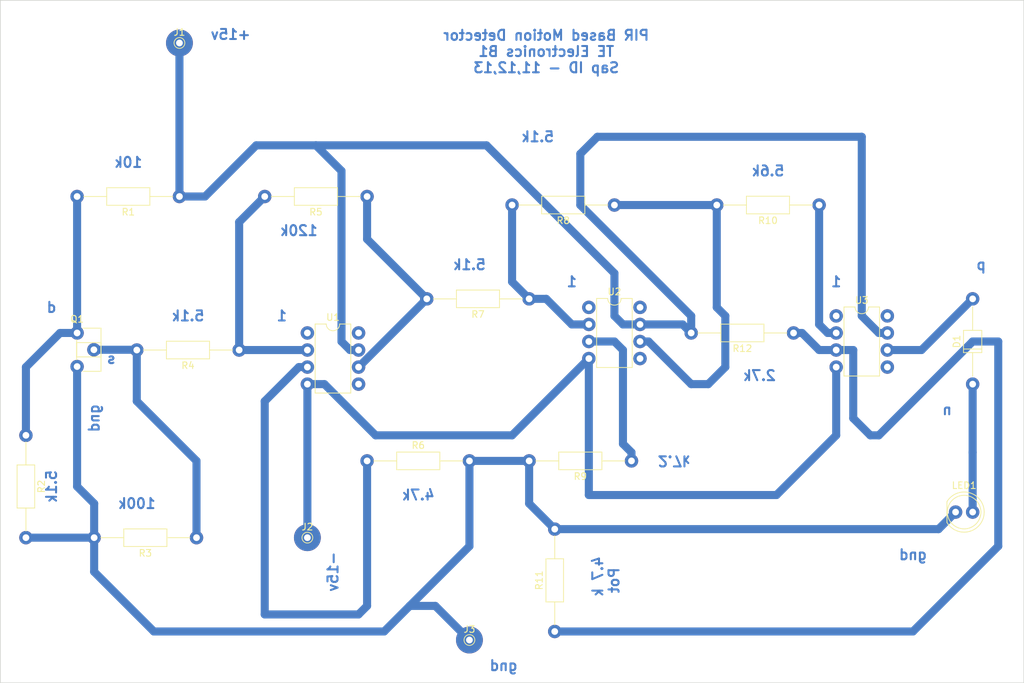
<source format=kicad_pcb>
(kicad_pcb (version 4) (host pcbnew 4.0.7)

  (general
    (links 34)
    (no_connects 0)
    (area 88.849999 41.859999 241.350001 143.560001)
    (thickness 1.6)
    (drawings 29)
    (tracks 107)
    (zones 0)
    (modules 21)
    (nets 25)
  )

  (page A4)
  (layers
    (0 F.Cu signal)
    (31 B.Cu signal)
    (32 B.Adhes user)
    (33 F.Adhes user)
    (34 B.Paste user)
    (35 F.Paste user)
    (36 B.SilkS user)
    (37 F.SilkS user)
    (38 B.Mask user)
    (39 F.Mask user)
    (40 Dwgs.User user)
    (41 Cmts.User user)
    (42 Eco1.User user)
    (43 Eco2.User user)
    (44 Edge.Cuts user)
    (45 Margin user)
    (46 B.CrtYd user)
    (47 F.CrtYd user)
    (48 B.Fab user)
    (49 F.Fab user)
  )

  (setup
    (last_trace_width 1.2)
    (trace_clearance 0.3)
    (zone_clearance 0.508)
    (zone_45_only no)
    (trace_min 0.2)
    (segment_width 0.2)
    (edge_width 0.1)
    (via_size 0.6)
    (via_drill 0.4)
    (via_min_size 0.4)
    (via_min_drill 0.3)
    (uvia_size 0.3)
    (uvia_drill 0.1)
    (uvias_allowed no)
    (uvia_min_size 0.2)
    (uvia_min_drill 0.1)
    (pcb_text_width 0.3)
    (pcb_text_size 1.5 1.5)
    (mod_edge_width 0.15)
    (mod_text_size 1 1)
    (mod_text_width 0.15)
    (pad_size 4 4)
    (pad_drill 1)
    (pad_to_mask_clearance 0)
    (aux_axis_origin 0 0)
    (visible_elements FFFFFF7F)
    (pcbplotparams
      (layerselection 0x00030_80000001)
      (usegerberextensions false)
      (excludeedgelayer true)
      (linewidth 0.100000)
      (plotframeref false)
      (viasonmask false)
      (mode 1)
      (useauxorigin false)
      (hpglpennumber 1)
      (hpglpenspeed 20)
      (hpglpendiameter 15)
      (hpglpenoverlay 2)
      (psnegative false)
      (psa4output false)
      (plotreference true)
      (plotvalue true)
      (plotinvisibletext false)
      (padsonsilk false)
      (subtractmaskfromsilk false)
      (outputformat 1)
      (mirror false)
      (drillshape 1)
      (scaleselection 1)
      (outputdirectory ""))
  )

  (net 0 "")
  (net 1 "Net-(D1-Pad1)")
  (net 2 "Net-(D1-Pad2)")
  (net 3 /Vc)
  (net 4 /Ve)
  (net 5 GND)
  (net 6 "Net-(Q1-Pad2)")
  (net 7 "Net-(Q1-Pad1)")
  (net 8 "Net-(R4-Pad1)")
  (net 9 "Net-(R5-Pad1)")
  (net 10 "Net-(R6-Pad1)")
  (net 11 "Net-(R7-Pad1)")
  (net 12 "Net-(R10-Pad2)")
  (net 13 "Net-(R9-Pad1)")
  (net 14 "Net-(R10-Pad1)")
  (net 15 "Net-(R11-Pad1)")
  (net 16 "Net-(U1-Pad1)")
  (net 17 "Net-(U1-Pad5)")
  (net 18 "Net-(U1-Pad8)")
  (net 19 "Net-(U2-Pad1)")
  (net 20 "Net-(U2-Pad5)")
  (net 21 "Net-(U2-Pad8)")
  (net 22 "Net-(U3-Pad1)")
  (net 23 "Net-(U3-Pad5)")
  (net 24 "Net-(U3-Pad8)")

  (net_class Default "This is the default net class."
    (clearance 0.3)
    (trace_width 1.2)
    (via_dia 0.6)
    (via_drill 0.4)
    (uvia_dia 0.3)
    (uvia_drill 0.1)
    (add_net /Vc)
    (add_net /Ve)
    (add_net GND)
    (add_net "Net-(D1-Pad1)")
    (add_net "Net-(D1-Pad2)")
    (add_net "Net-(Q1-Pad1)")
    (add_net "Net-(Q1-Pad2)")
    (add_net "Net-(R10-Pad1)")
    (add_net "Net-(R10-Pad2)")
    (add_net "Net-(R11-Pad1)")
    (add_net "Net-(R4-Pad1)")
    (add_net "Net-(R5-Pad1)")
    (add_net "Net-(R6-Pad1)")
    (add_net "Net-(R7-Pad1)")
    (add_net "Net-(R9-Pad1)")
    (add_net "Net-(U1-Pad1)")
    (add_net "Net-(U1-Pad5)")
    (add_net "Net-(U1-Pad8)")
    (add_net "Net-(U2-Pad1)")
    (add_net "Net-(U2-Pad5)")
    (add_net "Net-(U2-Pad8)")
    (add_net "Net-(U3-Pad1)")
    (add_net "Net-(U3-Pad5)")
    (add_net "Net-(U3-Pad8)")
  )

  (module Diodes_THT:D_T-1_P12.70mm_Horizontal (layer F.Cu) (tedit 59F2F87A) (tstamp 59F2E82C)
    (at 233.68 99.06 90)
    (descr "D, T-1 series, Axial, Horizontal, pin pitch=12.7mm, , length*diameter=3.2*2.6mm^2, , http://www.diodes.com/_files/packages/T-1.pdf")
    (tags "D T-1 series Axial Horizontal pin pitch 12.7mm  length 3.2mm diameter 2.6mm")
    (path /59F241F0)
    (fp_text reference D1 (at 6.35 -2.36 90) (layer F.SilkS)
      (effects (font (size 1 1) (thickness 0.15)))
    )
    (fp_text value D (at 6.35 2.36 90) (layer F.Fab)
      (effects (font (size 1 1) (thickness 0.15)))
    )
    (fp_text user %R (at 6.604 0 90) (layer F.Fab)
      (effects (font (size 0.75 0.75) (thickness 0.15)))
    )
    (fp_line (start 4.75 -1.3) (end 4.75 1.3) (layer F.Fab) (width 0.1))
    (fp_line (start 4.75 1.3) (end 7.95 1.3) (layer F.Fab) (width 0.1))
    (fp_line (start 7.95 1.3) (end 7.95 -1.3) (layer F.Fab) (width 0.1))
    (fp_line (start 7.95 -1.3) (end 4.75 -1.3) (layer F.Fab) (width 0.1))
    (fp_line (start 0 0) (end 4.75 0) (layer F.Fab) (width 0.1))
    (fp_line (start 12.7 0) (end 7.95 0) (layer F.Fab) (width 0.1))
    (fp_line (start 5.23 -1.3) (end 5.23 1.3) (layer F.Fab) (width 0.1))
    (fp_line (start 4.69 -1.36) (end 4.69 1.36) (layer F.SilkS) (width 0.12))
    (fp_line (start 4.69 1.36) (end 8.01 1.36) (layer F.SilkS) (width 0.12))
    (fp_line (start 8.01 1.36) (end 8.01 -1.36) (layer F.SilkS) (width 0.12))
    (fp_line (start 8.01 -1.36) (end 4.69 -1.36) (layer F.SilkS) (width 0.12))
    (fp_line (start 1.18 0) (end 4.69 0) (layer F.SilkS) (width 0.12))
    (fp_line (start 11.52 0) (end 8.01 0) (layer F.SilkS) (width 0.12))
    (fp_line (start 5.23 -1.36) (end 5.23 1.36) (layer F.SilkS) (width 0.12))
    (fp_line (start -1.25 -1.65) (end -1.25 1.65) (layer F.CrtYd) (width 0.05))
    (fp_line (start -1.25 1.65) (end 13.95 1.65) (layer F.CrtYd) (width 0.05))
    (fp_line (start 13.95 1.65) (end 13.95 -1.65) (layer F.CrtYd) (width 0.05))
    (fp_line (start 13.95 -1.65) (end -1.25 -1.65) (layer F.CrtYd) (width 0.05))
    (pad 1 thru_hole circle (at 0 0 90) (size 2 2) (drill 1) (layers *.Cu *.Mask)
      (net 1 "Net-(D1-Pad1)"))
    (pad 2 thru_hole circle (at 12.7 0 90) (size 2 2) (drill 1) (layers *.Cu *.Mask)
      (net 2 "Net-(D1-Pad2)"))
    (model ${KISYS3DMOD}/Diodes_THT.3dshapes/D_T-1_P12.70mm_Horizontal.wrl
      (at (xyz 0 0 0))
      (scale (xyz 0.393701 0.393701 0.393701))
      (rotate (xyz 0 0 0))
    )
  )

  (module Connectors:PINTST (layer F.Cu) (tedit 58613369) (tstamp 59F2E834)
    (at 115.57 48.26)
    (descr "module 1 pin (ou trou mecanique de percage)")
    (tags DEV)
    (path /59F3032A)
    (fp_text reference J1 (at 0 -1.6) (layer F.SilkS)
      (effects (font (size 1 1) (thickness 0.15)))
    )
    (fp_text value +Vcc (at 0 1.6) (layer F.Fab)
      (effects (font (size 1 1) (thickness 0.15)))
    )
    (fp_circle (center 0 0) (end 1.1 0) (layer F.CrtYd) (width 0.05))
    (fp_circle (center 0 0) (end 0.4 0.6) (layer F.Fab) (width 0.1))
    (fp_circle (center 0 0) (end -0.254 -0.762) (layer F.SilkS) (width 0.12))
    (pad 1 thru_hole circle (at 0 0) (size 4 4) (drill 1) (layers *.Cu *.Mask)
      (net 3 /Vc))
    (model ${KISYS3DMOD}/Connectors.3dshapes/PINTST.wrl
      (at (xyz 0 0 0))
      (scale (xyz 1 1 1))
      (rotate (xyz 0 0 0))
    )
  )

  (module Connectors:PINTST (layer F.Cu) (tedit 58613369) (tstamp 59F2E83C)
    (at 134.62 121.92)
    (descr "module 1 pin (ou trou mecanique de percage)")
    (tags DEV)
    (path /59F302D5)
    (fp_text reference J2 (at 0 -1.6) (layer F.SilkS)
      (effects (font (size 1 1) (thickness 0.15)))
    )
    (fp_text value -Vcc (at 0 1.6) (layer F.Fab)
      (effects (font (size 1 1) (thickness 0.15)))
    )
    (fp_circle (center 0 0) (end 1.1 0) (layer F.CrtYd) (width 0.05))
    (fp_circle (center 0 0) (end 0.4 0.6) (layer F.Fab) (width 0.1))
    (fp_circle (center 0 0) (end -0.254 -0.762) (layer F.SilkS) (width 0.12))
    (pad 1 thru_hole circle (at 0 0) (size 4 4) (drill 1) (layers *.Cu *.Mask)
      (net 4 /Ve))
    (model ${KISYS3DMOD}/Connectors.3dshapes/PINTST.wrl
      (at (xyz 0 0 0))
      (scale (xyz 1 1 1))
      (rotate (xyz 0 0 0))
    )
  )

  (module Connectors:PINTST (layer F.Cu) (tedit 59F2F8A1) (tstamp 59F2E844)
    (at 158.75 137.16)
    (descr "module 1 pin (ou trou mecanique de percage)")
    (tags DEV)
    (path /59F3028A)
    (fp_text reference J3 (at 0 -1.6) (layer F.SilkS)
      (effects (font (size 1 1) (thickness 0.15)))
    )
    (fp_text value Ground (at 0 1.6) (layer F.Fab)
      (effects (font (size 1 1) (thickness 0.15)))
    )
    (fp_circle (center 0 0) (end 1.1 0) (layer F.CrtYd) (width 0.05))
    (fp_circle (center 0 0) (end 0.4 0.6) (layer F.Fab) (width 0.1))
    (fp_circle (center 0 0) (end -0.254 -0.762) (layer F.SilkS) (width 0.12))
    (pad 1 thru_hole circle (at 0 0) (size 4 4) (drill 1) (layers *.Cu *.Mask)
      (net 5 GND))
    (model ${KISYS3DMOD}/Connectors.3dshapes/PINTST.wrl
      (at (xyz 0 0 0))
      (scale (xyz 1 1 1))
      (rotate (xyz 0 0 0))
    )
  )

  (module LEDs:LED_D5.0mm (layer F.Cu) (tedit 59F2F86D) (tstamp 59F2E856)
    (at 231.14 118.11)
    (descr "LED, diameter 5.0mm, 2 pins, http://cdn-reichelt.de/documents/datenblatt/A500/LL-504BC2E-009.pdf")
    (tags "LED diameter 5.0mm 2 pins")
    (path /59F24128)
    (fp_text reference LED1 (at 1.27 -3.96) (layer F.SilkS)
      (effects (font (size 1 1) (thickness 0.15)))
    )
    (fp_text value LED (at 1.27 3.96) (layer F.Fab)
      (effects (font (size 1 1) (thickness 0.15)))
    )
    (fp_arc (start 1.27 0) (end -1.23 -1.469694) (angle 299.1) (layer F.Fab) (width 0.1))
    (fp_arc (start 1.27 0) (end -1.29 -1.54483) (angle 148.9) (layer F.SilkS) (width 0.12))
    (fp_arc (start 1.27 0) (end -1.29 1.54483) (angle -148.9) (layer F.SilkS) (width 0.12))
    (fp_circle (center 1.27 0) (end 3.77 0) (layer F.Fab) (width 0.1))
    (fp_circle (center 1.27 0) (end 3.77 0) (layer F.SilkS) (width 0.12))
    (fp_line (start -1.23 -1.469694) (end -1.23 1.469694) (layer F.Fab) (width 0.1))
    (fp_line (start -1.29 -1.545) (end -1.29 1.545) (layer F.SilkS) (width 0.12))
    (fp_line (start -1.95 -3.25) (end -1.95 3.25) (layer F.CrtYd) (width 0.05))
    (fp_line (start -1.95 3.25) (end 4.5 3.25) (layer F.CrtYd) (width 0.05))
    (fp_line (start 4.5 3.25) (end 4.5 -3.25) (layer F.CrtYd) (width 0.05))
    (fp_line (start 4.5 -3.25) (end -1.95 -3.25) (layer F.CrtYd) (width 0.05))
    (fp_text user %R (at 1.25 0) (layer F.Fab)
      (effects (font (size 0.8 0.8) (thickness 0.2)))
    )
    (pad 1 thru_hole circle (at 0 0) (size 2 2) (drill 1) (layers *.Cu *.Mask)
      (net 5 GND))
    (pad 2 thru_hole circle (at 2.54 0) (size 2 2) (drill 1) (layers *.Cu *.Mask)
      (net 1 "Net-(D1-Pad1)"))
    (model ${KISYS3DMOD}/LEDs.3dshapes/LED_D5.0mm.wrl
      (at (xyz 0 0 0))
      (scale (xyz 0.393701 0.393701 0.393701))
      (rotate (xyz 0 0 0))
    )
  )

  (module Potentiometers:Potentiometer_Trimmer_ACP_CA6h_Vertical (layer F.Cu) (tedit 59F2F810) (tstamp 59F2E871)
    (at 100.33 91.44)
    (descr "Potentiometer, vertically mounted, Omeg PC16PU, Omeg PC16PU, Omeg PC16PU, Vishay/Spectrol 248GJ/249GJ Single, Vishay/Spectrol 248GJ/249GJ Single, Vishay/Spectrol 248GJ/249GJ Single, Vishay/Spectrol 248GH/249GH Single, Vishay/Spectrol 148/149 Single, Vishay/Spectrol 148/149 Single, Vishay/Spectrol 148/149 Single, Vishay/Spectrol 148A/149A Single with mounting plates, Vishay/Spectrol 148/149 Double, Vishay/Spectrol 148A/149A Double with mounting plates, Piher PC-16 Single, Piher PC-16 Single, Piher PC-16 Single, Piher PC-16SV Single, Piher PC-16 Double, Piher PC-16 Triple, Piher T16H Single, Piher T16L Single, Piher T16H Double, Alps RK163 Single, Alps RK163 Double, Alps RK097 Single, Alps RK097 Double, Bourns PTV09A-2 Single with mounting sleve Single, Bourns PTV09A-1 with mounting sleve Single, Bourns PRS11S Single, Alps RK09K Single with mounting sleve Single, Alps RK09K with mounting sleve Single, Alps RK09L Single, Alps RK09L Single, Alps RK09L Double, Alps RK09L Double, Alps RK09Y Single, Bourns 3339S Single, Bourns 3339S Single, Bourns 3339P Single, Bourns 3339H Single, Vishay T7YA Single, Suntan TSR-3386H Single, Suntan TSR-3386H Single, Suntan TSR-3386P Single, Vishay T73XX Single, Vishay T73XX Single, Vishay T73YP Single, Piher PT-6h Single, Piher PT-6v Single, Piher PT-6v Single, Piher PT-10h2.5 Single, Piher PT-10h5 Single, Piher PT-101h3.8 Single, Piher PT-10v10 Single, Piher PT-10v10 Single, Piher PT-10v5 Single, Piher PT-15h5 Single, Piher PT-15h2.5 Single, Piher PT-15B Single, Piher PT-15hc5 Single, Piher PT-15v12.5 Single, Piher PT-15v12.5 Single, Piher PT-15v15 Single, Piher PT-15v15 Single, ACP CA6h Single, http://www.acptechnologies.com/wp-content/uploads/2016/12/ACP-CAT%C3%81LOGO-ENTERO-2016.pdf")
    (tags "Potentiometer vertical  Omeg PC16PU  Omeg PC16PU  Omeg PC16PU  Vishay/Spectrol 248GJ/249GJ Single  Vishay/Spectrol 248GJ/249GJ Single  Vishay/Spectrol 248GJ/249GJ Single  Vishay/Spectrol 248GH/249GH Single  Vishay/Spectrol 148/149 Single  Vishay/Spectrol 148/149 Single  Vishay/Spectrol 148/149 Single  Vishay/Spectrol 148A/149A Single with mounting plates  Vishay/Spectrol 148/149 Double  Vishay/Spectrol 148A/149A Double with mounting plates  Piher PC-16 Single  Piher PC-16 Single  Piher PC-16 Single  Piher PC-16SV Single  Piher PC-16 Double  Piher PC-16 Triple  Piher T16H Single  Piher T16L Single  Piher T16H Double  Alps RK163 Single  Alps RK163 Double  Alps RK097 Single  Alps RK097 Double  Bourns PTV09A-2 Single with mounting sleve Single  Bourns PTV09A-1 with mounting sleve Single  Bourns PRS11S Single  Alps RK09K Single with mounting sleve Single  Alps RK09K with mounting sleve Single  Alps RK09L Single  Alps RK09L Single  Alps RK09L Double  Alps RK09L Double  Alps RK09Y Single  Bourns 3339S Single  Bourns 3339S Single  Bourns 3339P Single  Bourns 3339H Single  Vishay T7YA Single  Suntan TSR-3386H Single  Suntan TSR-3386H Single  Suntan TSR-3386P Single  Vishay T73XX Single  Vishay T73XX Single  Vishay T73YP Single  Piher PT-6h Single  Piher PT-6v Single  Piher PT-6v Single  Piher PT-10h2.5 Single  Piher PT-10h5 Single  Piher PT-101h3.8 Single  Piher PT-10v10 Single  Piher PT-10v10 Single  Piher PT-10v5 Single  Piher PT-15h5 Single  Piher PT-15h2.5 Single  Piher PT-15B Single  Piher PT-15hc5 Single  Piher PT-15v12.5 Single  Piher PT-15v12.5 Single  Piher PT-15v15 Single  Piher PT-15v15 Single  ACP CA6h Single")
    (path /59F32706)
    (fp_text reference Q1 (at 0 -2.06) (layer F.SilkS)
      (effects (font (size 1 1) (thickness 0.15)))
    )
    (fp_text value Q_NMOS_DSG (at 0 7.06) (layer F.Fab)
      (effects (font (size 1 1) (thickness 0.15)))
    )
    (fp_line (start 3.5 -0.65) (end 3.5 5.65) (layer F.Fab) (width 0.1))
    (fp_line (start 3.5 5.65) (end 0 5.65) (layer F.Fab) (width 0.1))
    (fp_line (start 0 5.65) (end 0 -0.65) (layer F.Fab) (width 0.1))
    (fp_line (start 0 -0.65) (end 3.5 -0.65) (layer F.Fab) (width 0.1))
    (fp_line (start 0 1.5) (end 0 3.5) (layer F.Fab) (width 0.1))
    (fp_line (start 0 3.5) (end 3.5 3.5) (layer F.Fab) (width 0.1))
    (fp_line (start 3.5 3.5) (end 3.5 1.5) (layer F.Fab) (width 0.1))
    (fp_line (start 3.5 1.5) (end 0 1.5) (layer F.Fab) (width 0.1))
    (fp_line (start 0.873 -0.71) (end 3.56 -0.71) (layer F.SilkS) (width 0.12))
    (fp_line (start 0.873 5.71) (end 3.56 5.71) (layer F.SilkS) (width 0.12))
    (fp_line (start 3.56 -0.71) (end 3.56 5.71) (layer F.SilkS) (width 0.12))
    (fp_line (start -0.061 1.005) (end -0.061 3.996) (layer F.SilkS) (width 0.12))
    (fp_line (start -0.061 1.44) (end 3.56 1.44) (layer F.SilkS) (width 0.12))
    (fp_line (start -0.061 3.56) (end 3.56 3.56) (layer F.SilkS) (width 0.12))
    (fp_line (start -0.061 1.44) (end -0.061 3.56) (layer F.SilkS) (width 0.12))
    (fp_line (start 3.56 1.44) (end 3.56 3.56) (layer F.SilkS) (width 0.12))
    (fp_line (start -1.1 -1.1) (end -1.1 6.1) (layer F.CrtYd) (width 0.05))
    (fp_line (start -1.1 6.1) (end 3.75 6.1) (layer F.CrtYd) (width 0.05))
    (fp_line (start 3.75 6.1) (end 3.75 -1.1) (layer F.CrtYd) (width 0.05))
    (fp_line (start 3.75 -1.1) (end -1.1 -1.1) (layer F.CrtYd) (width 0.05))
    (pad 3 thru_hole circle (at 0 5) (size 2 2) (drill 1) (layers *.Cu *.Mask)
      (net 5 GND))
    (pad 2 thru_hole circle (at 2.5 2.5) (size 2 2) (drill 1) (layers *.Cu *.Mask)
      (net 6 "Net-(Q1-Pad2)"))
    (pad 1 thru_hole circle (at 0 0) (size 2 2) (drill 1) (layers *.Cu *.Mask)
      (net 7 "Net-(Q1-Pad1)"))
    (model Potentiometers.3dshapes/Potentiometer_Trimmer_ACP_CA6h_Vertical.wrl
      (at (xyz 0 0 0))
      (scale (xyz 0.393701 0.393701 0.393701))
      (rotate (xyz 0 0 0))
    )
  )

  (module Resistors_THT:R_Axial_DIN0207_L6.3mm_D2.5mm_P15.24mm_Horizontal (layer F.Cu) (tedit 59F2F851) (tstamp 59F2E887)
    (at 115.57 71.12 180)
    (descr "Resistor, Axial_DIN0207 series, Axial, Horizontal, pin pitch=15.24mm, 0.25W = 1/4W, length*diameter=6.3*2.5mm^2, http://cdn-reichelt.de/documents/datenblatt/B400/1_4W%23YAG.pdf")
    (tags "Resistor Axial_DIN0207 series Axial Horizontal pin pitch 15.24mm 0.25W = 1/4W length 6.3mm diameter 2.5mm")
    (path /59F24A67)
    (fp_text reference R1 (at 7.62 -2.31 180) (layer F.SilkS)
      (effects (font (size 1 1) (thickness 0.15)))
    )
    (fp_text value 10K (at 7.62 2.31 180) (layer F.Fab)
      (effects (font (size 1 1) (thickness 0.15)))
    )
    (fp_line (start 4.47 -1.25) (end 4.47 1.25) (layer F.Fab) (width 0.1))
    (fp_line (start 4.47 1.25) (end 10.77 1.25) (layer F.Fab) (width 0.1))
    (fp_line (start 10.77 1.25) (end 10.77 -1.25) (layer F.Fab) (width 0.1))
    (fp_line (start 10.77 -1.25) (end 4.47 -1.25) (layer F.Fab) (width 0.1))
    (fp_line (start 0 0) (end 4.47 0) (layer F.Fab) (width 0.1))
    (fp_line (start 15.24 0) (end 10.77 0) (layer F.Fab) (width 0.1))
    (fp_line (start 4.41 -1.31) (end 4.41 1.31) (layer F.SilkS) (width 0.12))
    (fp_line (start 4.41 1.31) (end 10.83 1.31) (layer F.SilkS) (width 0.12))
    (fp_line (start 10.83 1.31) (end 10.83 -1.31) (layer F.SilkS) (width 0.12))
    (fp_line (start 10.83 -1.31) (end 4.41 -1.31) (layer F.SilkS) (width 0.12))
    (fp_line (start 0.98 0) (end 4.41 0) (layer F.SilkS) (width 0.12))
    (fp_line (start 14.26 0) (end 10.83 0) (layer F.SilkS) (width 0.12))
    (fp_line (start -1.05 -1.6) (end -1.05 1.6) (layer F.CrtYd) (width 0.05))
    (fp_line (start -1.05 1.6) (end 16.3 1.6) (layer F.CrtYd) (width 0.05))
    (fp_line (start 16.3 1.6) (end 16.3 -1.6) (layer F.CrtYd) (width 0.05))
    (fp_line (start 16.3 -1.6) (end -1.05 -1.6) (layer F.CrtYd) (width 0.05))
    (pad 1 thru_hole circle (at 0 0 180) (size 2 2) (drill 1) (layers *.Cu *.Mask)
      (net 3 /Vc))
    (pad 2 thru_hole circle (at 15.24 0 180) (size 2 2) (drill 1) (layers *.Cu *.Mask)
      (net 7 "Net-(Q1-Pad1)"))
    (model ${KISYS3DMOD}/Resistors_THT.3dshapes/R_Axial_DIN0207_L6.3mm_D2.5mm_P15.24mm_Horizontal.wrl
      (at (xyz 0 0 0))
      (scale (xyz 0.393701 0.393701 0.393701))
      (rotate (xyz 0 0 0))
    )
  )

  (module Resistors_THT:R_Axial_DIN0207_L6.3mm_D2.5mm_P15.24mm_Horizontal (layer F.Cu) (tedit 5874F706) (tstamp 59F2E89D)
    (at 92.71 106.68 270)
    (descr "Resistor, Axial_DIN0207 series, Axial, Horizontal, pin pitch=15.24mm, 0.25W = 1/4W, length*diameter=6.3*2.5mm^2, http://cdn-reichelt.de/documents/datenblatt/B400/1_4W%23YAG.pdf")
    (tags "Resistor Axial_DIN0207 series Axial Horizontal pin pitch 15.24mm 0.25W = 1/4W length 6.3mm diameter 2.5mm")
    (path /59F24AB8)
    (fp_text reference R2 (at 7.62 -2.31 270) (layer F.SilkS)
      (effects (font (size 1 1) (thickness 0.15)))
    )
    (fp_text value 5.1K (at 7.62 2.31 270) (layer F.Fab)
      (effects (font (size 1 1) (thickness 0.15)))
    )
    (fp_line (start 4.47 -1.25) (end 4.47 1.25) (layer F.Fab) (width 0.1))
    (fp_line (start 4.47 1.25) (end 10.77 1.25) (layer F.Fab) (width 0.1))
    (fp_line (start 10.77 1.25) (end 10.77 -1.25) (layer F.Fab) (width 0.1))
    (fp_line (start 10.77 -1.25) (end 4.47 -1.25) (layer F.Fab) (width 0.1))
    (fp_line (start 0 0) (end 4.47 0) (layer F.Fab) (width 0.1))
    (fp_line (start 15.24 0) (end 10.77 0) (layer F.Fab) (width 0.1))
    (fp_line (start 4.41 -1.31) (end 4.41 1.31) (layer F.SilkS) (width 0.12))
    (fp_line (start 4.41 1.31) (end 10.83 1.31) (layer F.SilkS) (width 0.12))
    (fp_line (start 10.83 1.31) (end 10.83 -1.31) (layer F.SilkS) (width 0.12))
    (fp_line (start 10.83 -1.31) (end 4.41 -1.31) (layer F.SilkS) (width 0.12))
    (fp_line (start 0.98 0) (end 4.41 0) (layer F.SilkS) (width 0.12))
    (fp_line (start 14.26 0) (end 10.83 0) (layer F.SilkS) (width 0.12))
    (fp_line (start -1.05 -1.6) (end -1.05 1.6) (layer F.CrtYd) (width 0.05))
    (fp_line (start -1.05 1.6) (end 16.3 1.6) (layer F.CrtYd) (width 0.05))
    (fp_line (start 16.3 1.6) (end 16.3 -1.6) (layer F.CrtYd) (width 0.05))
    (fp_line (start 16.3 -1.6) (end -1.05 -1.6) (layer F.CrtYd) (width 0.05))
    (pad 1 thru_hole circle (at 0 0 270) (size 2 2) (drill 1) (layers *.Cu *.Mask)
      (net 7 "Net-(Q1-Pad1)"))
    (pad 2 thru_hole circle (at 15.24 0 270) (size 2 2) (drill 1) (layers *.Cu *.Mask)
      (net 5 GND))
    (model ${KISYS3DMOD}/Resistors_THT.3dshapes/R_Axial_DIN0207_L6.3mm_D2.5mm_P15.24mm_Horizontal.wrl
      (at (xyz 0 0 0))
      (scale (xyz 0.393701 0.393701 0.393701))
      (rotate (xyz 0 0 0))
    )
  )

  (module Resistors_THT:R_Axial_DIN0207_L6.3mm_D2.5mm_P15.24mm_Horizontal (layer F.Cu) (tedit 5874F706) (tstamp 59F2E8B3)
    (at 118.11 121.92 180)
    (descr "Resistor, Axial_DIN0207 series, Axial, Horizontal, pin pitch=15.24mm, 0.25W = 1/4W, length*diameter=6.3*2.5mm^2, http://cdn-reichelt.de/documents/datenblatt/B400/1_4W%23YAG.pdf")
    (tags "Resistor Axial_DIN0207 series Axial Horizontal pin pitch 15.24mm 0.25W = 1/4W length 6.3mm diameter 2.5mm")
    (path /59F24AFF)
    (fp_text reference R3 (at 7.62 -2.31 180) (layer F.SilkS)
      (effects (font (size 1 1) (thickness 0.15)))
    )
    (fp_text value 100K (at 7.62 2.31 180) (layer F.Fab)
      (effects (font (size 1 1) (thickness 0.15)))
    )
    (fp_line (start 4.47 -1.25) (end 4.47 1.25) (layer F.Fab) (width 0.1))
    (fp_line (start 4.47 1.25) (end 10.77 1.25) (layer F.Fab) (width 0.1))
    (fp_line (start 10.77 1.25) (end 10.77 -1.25) (layer F.Fab) (width 0.1))
    (fp_line (start 10.77 -1.25) (end 4.47 -1.25) (layer F.Fab) (width 0.1))
    (fp_line (start 0 0) (end 4.47 0) (layer F.Fab) (width 0.1))
    (fp_line (start 15.24 0) (end 10.77 0) (layer F.Fab) (width 0.1))
    (fp_line (start 4.41 -1.31) (end 4.41 1.31) (layer F.SilkS) (width 0.12))
    (fp_line (start 4.41 1.31) (end 10.83 1.31) (layer F.SilkS) (width 0.12))
    (fp_line (start 10.83 1.31) (end 10.83 -1.31) (layer F.SilkS) (width 0.12))
    (fp_line (start 10.83 -1.31) (end 4.41 -1.31) (layer F.SilkS) (width 0.12))
    (fp_line (start 0.98 0) (end 4.41 0) (layer F.SilkS) (width 0.12))
    (fp_line (start 14.26 0) (end 10.83 0) (layer F.SilkS) (width 0.12))
    (fp_line (start -1.05 -1.6) (end -1.05 1.6) (layer F.CrtYd) (width 0.05))
    (fp_line (start -1.05 1.6) (end 16.3 1.6) (layer F.CrtYd) (width 0.05))
    (fp_line (start 16.3 1.6) (end 16.3 -1.6) (layer F.CrtYd) (width 0.05))
    (fp_line (start 16.3 -1.6) (end -1.05 -1.6) (layer F.CrtYd) (width 0.05))
    (pad 1 thru_hole circle (at 0 0 180) (size 2 2) (drill 1) (layers *.Cu *.Mask)
      (net 6 "Net-(Q1-Pad2)"))
    (pad 2 thru_hole circle (at 15.24 0 180) (size 2 2) (drill 1) (layers *.Cu *.Mask)
      (net 5 GND))
    (model ${KISYS3DMOD}/Resistors_THT.3dshapes/R_Axial_DIN0207_L6.3mm_D2.5mm_P15.24mm_Horizontal.wrl
      (at (xyz 0 0 0))
      (scale (xyz 0.393701 0.393701 0.393701))
      (rotate (xyz 0 0 0))
    )
  )

  (module Resistors_THT:R_Axial_DIN0207_L6.3mm_D2.5mm_P15.24mm_Horizontal (layer F.Cu) (tedit 5874F706) (tstamp 59F2E8C9)
    (at 124.46 93.98 180)
    (descr "Resistor, Axial_DIN0207 series, Axial, Horizontal, pin pitch=15.24mm, 0.25W = 1/4W, length*diameter=6.3*2.5mm^2, http://cdn-reichelt.de/documents/datenblatt/B400/1_4W%23YAG.pdf")
    (tags "Resistor Axial_DIN0207 series Axial Horizontal pin pitch 15.24mm 0.25W = 1/4W length 6.3mm diameter 2.5mm")
    (path /59F2462F)
    (fp_text reference R4 (at 7.62 -2.31 180) (layer F.SilkS)
      (effects (font (size 1 1) (thickness 0.15)))
    )
    (fp_text value 5.1K (at 7.62 2.31 180) (layer F.Fab)
      (effects (font (size 1 1) (thickness 0.15)))
    )
    (fp_line (start 4.47 -1.25) (end 4.47 1.25) (layer F.Fab) (width 0.1))
    (fp_line (start 4.47 1.25) (end 10.77 1.25) (layer F.Fab) (width 0.1))
    (fp_line (start 10.77 1.25) (end 10.77 -1.25) (layer F.Fab) (width 0.1))
    (fp_line (start 10.77 -1.25) (end 4.47 -1.25) (layer F.Fab) (width 0.1))
    (fp_line (start 0 0) (end 4.47 0) (layer F.Fab) (width 0.1))
    (fp_line (start 15.24 0) (end 10.77 0) (layer F.Fab) (width 0.1))
    (fp_line (start 4.41 -1.31) (end 4.41 1.31) (layer F.SilkS) (width 0.12))
    (fp_line (start 4.41 1.31) (end 10.83 1.31) (layer F.SilkS) (width 0.12))
    (fp_line (start 10.83 1.31) (end 10.83 -1.31) (layer F.SilkS) (width 0.12))
    (fp_line (start 10.83 -1.31) (end 4.41 -1.31) (layer F.SilkS) (width 0.12))
    (fp_line (start 0.98 0) (end 4.41 0) (layer F.SilkS) (width 0.12))
    (fp_line (start 14.26 0) (end 10.83 0) (layer F.SilkS) (width 0.12))
    (fp_line (start -1.05 -1.6) (end -1.05 1.6) (layer F.CrtYd) (width 0.05))
    (fp_line (start -1.05 1.6) (end 16.3 1.6) (layer F.CrtYd) (width 0.05))
    (fp_line (start 16.3 1.6) (end 16.3 -1.6) (layer F.CrtYd) (width 0.05))
    (fp_line (start 16.3 -1.6) (end -1.05 -1.6) (layer F.CrtYd) (width 0.05))
    (pad 1 thru_hole circle (at 0 0 180) (size 2 2) (drill 1) (layers *.Cu *.Mask)
      (net 8 "Net-(R4-Pad1)"))
    (pad 2 thru_hole circle (at 15.24 0 180) (size 2 2) (drill 1) (layers *.Cu *.Mask)
      (net 6 "Net-(Q1-Pad2)"))
    (model ${KISYS3DMOD}/Resistors_THT.3dshapes/R_Axial_DIN0207_L6.3mm_D2.5mm_P15.24mm_Horizontal.wrl
      (at (xyz 0 0 0))
      (scale (xyz 0.393701 0.393701 0.393701))
      (rotate (xyz 0 0 0))
    )
  )

  (module Resistors_THT:R_Axial_DIN0207_L6.3mm_D2.5mm_P15.24mm_Horizontal (layer F.Cu) (tedit 59F2F83C) (tstamp 59F2E8DF)
    (at 143.51 71.12 180)
    (descr "Resistor, Axial_DIN0207 series, Axial, Horizontal, pin pitch=15.24mm, 0.25W = 1/4W, length*diameter=6.3*2.5mm^2, http://cdn-reichelt.de/documents/datenblatt/B400/1_4W%23YAG.pdf")
    (tags "Resistor Axial_DIN0207 series Axial Horizontal pin pitch 15.24mm 0.25W = 1/4W length 6.3mm diameter 2.5mm")
    (path /59F244EF)
    (fp_text reference R5 (at 7.62 -2.31 180) (layer F.SilkS)
      (effects (font (size 1 1) (thickness 0.15)))
    )
    (fp_text value 120K (at 7.62 2.31 180) (layer F.Fab)
      (effects (font (size 1 1) (thickness 0.15)))
    )
    (fp_line (start 4.47 -1.25) (end 4.47 1.25) (layer F.Fab) (width 0.1))
    (fp_line (start 4.47 1.25) (end 10.77 1.25) (layer F.Fab) (width 0.1))
    (fp_line (start 10.77 1.25) (end 10.77 -1.25) (layer F.Fab) (width 0.1))
    (fp_line (start 10.77 -1.25) (end 4.47 -1.25) (layer F.Fab) (width 0.1))
    (fp_line (start 0 0) (end 4.47 0) (layer F.Fab) (width 0.1))
    (fp_line (start 15.24 0) (end 10.77 0) (layer F.Fab) (width 0.1))
    (fp_line (start 4.41 -1.31) (end 4.41 1.31) (layer F.SilkS) (width 0.12))
    (fp_line (start 4.41 1.31) (end 10.83 1.31) (layer F.SilkS) (width 0.12))
    (fp_line (start 10.83 1.31) (end 10.83 -1.31) (layer F.SilkS) (width 0.12))
    (fp_line (start 10.83 -1.31) (end 4.41 -1.31) (layer F.SilkS) (width 0.12))
    (fp_line (start 0.98 0) (end 4.41 0) (layer F.SilkS) (width 0.12))
    (fp_line (start 14.26 0) (end 10.83 0) (layer F.SilkS) (width 0.12))
    (fp_line (start -1.05 -1.6) (end -1.05 1.6) (layer F.CrtYd) (width 0.05))
    (fp_line (start -1.05 1.6) (end 16.3 1.6) (layer F.CrtYd) (width 0.05))
    (fp_line (start 16.3 1.6) (end 16.3 -1.6) (layer F.CrtYd) (width 0.05))
    (fp_line (start 16.3 -1.6) (end -1.05 -1.6) (layer F.CrtYd) (width 0.05))
    (pad 1 thru_hole circle (at 0 0 180) (size 2 2) (drill 1) (layers *.Cu *.Mask)
      (net 9 "Net-(R5-Pad1)"))
    (pad 2 thru_hole circle (at 15.24 0 180) (size 2 2) (drill 1) (layers *.Cu *.Mask)
      (net 8 "Net-(R4-Pad1)"))
    (model ${KISYS3DMOD}/Resistors_THT.3dshapes/R_Axial_DIN0207_L6.3mm_D2.5mm_P15.24mm_Horizontal.wrl
      (at (xyz 0 0 0))
      (scale (xyz 0.393701 0.393701 0.393701))
      (rotate (xyz 0 0 0))
    )
  )

  (module Resistors_THT:R_Axial_DIN0207_L6.3mm_D2.5mm_P15.24mm_Horizontal (layer F.Cu) (tedit 5874F706) (tstamp 59F2E8F5)
    (at 143.51 110.49)
    (descr "Resistor, Axial_DIN0207 series, Axial, Horizontal, pin pitch=15.24mm, 0.25W = 1/4W, length*diameter=6.3*2.5mm^2, http://cdn-reichelt.de/documents/datenblatt/B400/1_4W%23YAG.pdf")
    (tags "Resistor Axial_DIN0207 series Axial Horizontal pin pitch 15.24mm 0.25W = 1/4W length 6.3mm diameter 2.5mm")
    (path /59F2445F)
    (fp_text reference R6 (at 7.62 -2.31) (layer F.SilkS)
      (effects (font (size 1 1) (thickness 0.15)))
    )
    (fp_text value 4.7K (at 7.62 2.31) (layer F.Fab)
      (effects (font (size 1 1) (thickness 0.15)))
    )
    (fp_line (start 4.47 -1.25) (end 4.47 1.25) (layer F.Fab) (width 0.1))
    (fp_line (start 4.47 1.25) (end 10.77 1.25) (layer F.Fab) (width 0.1))
    (fp_line (start 10.77 1.25) (end 10.77 -1.25) (layer F.Fab) (width 0.1))
    (fp_line (start 10.77 -1.25) (end 4.47 -1.25) (layer F.Fab) (width 0.1))
    (fp_line (start 0 0) (end 4.47 0) (layer F.Fab) (width 0.1))
    (fp_line (start 15.24 0) (end 10.77 0) (layer F.Fab) (width 0.1))
    (fp_line (start 4.41 -1.31) (end 4.41 1.31) (layer F.SilkS) (width 0.12))
    (fp_line (start 4.41 1.31) (end 10.83 1.31) (layer F.SilkS) (width 0.12))
    (fp_line (start 10.83 1.31) (end 10.83 -1.31) (layer F.SilkS) (width 0.12))
    (fp_line (start 10.83 -1.31) (end 4.41 -1.31) (layer F.SilkS) (width 0.12))
    (fp_line (start 0.98 0) (end 4.41 0) (layer F.SilkS) (width 0.12))
    (fp_line (start 14.26 0) (end 10.83 0) (layer F.SilkS) (width 0.12))
    (fp_line (start -1.05 -1.6) (end -1.05 1.6) (layer F.CrtYd) (width 0.05))
    (fp_line (start -1.05 1.6) (end 16.3 1.6) (layer F.CrtYd) (width 0.05))
    (fp_line (start 16.3 1.6) (end 16.3 -1.6) (layer F.CrtYd) (width 0.05))
    (fp_line (start 16.3 -1.6) (end -1.05 -1.6) (layer F.CrtYd) (width 0.05))
    (pad 1 thru_hole circle (at 0 0) (size 2 2) (drill 1) (layers *.Cu *.Mask)
      (net 10 "Net-(R6-Pad1)"))
    (pad 2 thru_hole circle (at 15.24 0) (size 2 2) (drill 1) (layers *.Cu *.Mask)
      (net 5 GND))
    (model ${KISYS3DMOD}/Resistors_THT.3dshapes/R_Axial_DIN0207_L6.3mm_D2.5mm_P15.24mm_Horizontal.wrl
      (at (xyz 0 0 0))
      (scale (xyz 0.393701 0.393701 0.393701))
      (rotate (xyz 0 0 0))
    )
  )

  (module Resistors_THT:R_Axial_DIN0207_L6.3mm_D2.5mm_P15.24mm_Horizontal (layer F.Cu) (tedit 5874F706) (tstamp 59F2E90B)
    (at 167.64 86.36 180)
    (descr "Resistor, Axial_DIN0207 series, Axial, Horizontal, pin pitch=15.24mm, 0.25W = 1/4W, length*diameter=6.3*2.5mm^2, http://cdn-reichelt.de/documents/datenblatt/B400/1_4W%23YAG.pdf")
    (tags "Resistor Axial_DIN0207 series Axial Horizontal pin pitch 15.24mm 0.25W = 1/4W length 6.3mm diameter 2.5mm")
    (path /59F245FA)
    (fp_text reference R7 (at 7.62 -2.31 180) (layer F.SilkS)
      (effects (font (size 1 1) (thickness 0.15)))
    )
    (fp_text value 5.1K (at 7.62 2.31 180) (layer F.Fab)
      (effects (font (size 1 1) (thickness 0.15)))
    )
    (fp_line (start 4.47 -1.25) (end 4.47 1.25) (layer F.Fab) (width 0.1))
    (fp_line (start 4.47 1.25) (end 10.77 1.25) (layer F.Fab) (width 0.1))
    (fp_line (start 10.77 1.25) (end 10.77 -1.25) (layer F.Fab) (width 0.1))
    (fp_line (start 10.77 -1.25) (end 4.47 -1.25) (layer F.Fab) (width 0.1))
    (fp_line (start 0 0) (end 4.47 0) (layer F.Fab) (width 0.1))
    (fp_line (start 15.24 0) (end 10.77 0) (layer F.Fab) (width 0.1))
    (fp_line (start 4.41 -1.31) (end 4.41 1.31) (layer F.SilkS) (width 0.12))
    (fp_line (start 4.41 1.31) (end 10.83 1.31) (layer F.SilkS) (width 0.12))
    (fp_line (start 10.83 1.31) (end 10.83 -1.31) (layer F.SilkS) (width 0.12))
    (fp_line (start 10.83 -1.31) (end 4.41 -1.31) (layer F.SilkS) (width 0.12))
    (fp_line (start 0.98 0) (end 4.41 0) (layer F.SilkS) (width 0.12))
    (fp_line (start 14.26 0) (end 10.83 0) (layer F.SilkS) (width 0.12))
    (fp_line (start -1.05 -1.6) (end -1.05 1.6) (layer F.CrtYd) (width 0.05))
    (fp_line (start -1.05 1.6) (end 16.3 1.6) (layer F.CrtYd) (width 0.05))
    (fp_line (start 16.3 1.6) (end 16.3 -1.6) (layer F.CrtYd) (width 0.05))
    (fp_line (start 16.3 -1.6) (end -1.05 -1.6) (layer F.CrtYd) (width 0.05))
    (pad 1 thru_hole circle (at 0 0 180) (size 2 2) (drill 1) (layers *.Cu *.Mask)
      (net 11 "Net-(R7-Pad1)"))
    (pad 2 thru_hole circle (at 15.24 0 180) (size 2 2) (drill 1) (layers *.Cu *.Mask)
      (net 9 "Net-(R5-Pad1)"))
    (model ${KISYS3DMOD}/Resistors_THT.3dshapes/R_Axial_DIN0207_L6.3mm_D2.5mm_P15.24mm_Horizontal.wrl
      (at (xyz 0 0 0))
      (scale (xyz 0.393701 0.393701 0.393701))
      (rotate (xyz 0 0 0))
    )
  )

  (module Resistors_THT:R_Axial_DIN0207_L6.3mm_D2.5mm_P15.24mm_Horizontal (layer F.Cu) (tedit 5874F706) (tstamp 59F2E921)
    (at 180.34 72.39 180)
    (descr "Resistor, Axial_DIN0207 series, Axial, Horizontal, pin pitch=15.24mm, 0.25W = 1/4W, length*diameter=6.3*2.5mm^2, http://cdn-reichelt.de/documents/datenblatt/B400/1_4W%23YAG.pdf")
    (tags "Resistor Axial_DIN0207 series Axial Horizontal pin pitch 15.24mm 0.25W = 1/4W length 6.3mm diameter 2.5mm")
    (path /59F2456A)
    (fp_text reference R8 (at 7.62 -2.31 180) (layer F.SilkS)
      (effects (font (size 1 1) (thickness 0.15)))
    )
    (fp_text value 5.1K (at 7.62 2.31 180) (layer F.Fab)
      (effects (font (size 1 1) (thickness 0.15)))
    )
    (fp_line (start 4.47 -1.25) (end 4.47 1.25) (layer F.Fab) (width 0.1))
    (fp_line (start 4.47 1.25) (end 10.77 1.25) (layer F.Fab) (width 0.1))
    (fp_line (start 10.77 1.25) (end 10.77 -1.25) (layer F.Fab) (width 0.1))
    (fp_line (start 10.77 -1.25) (end 4.47 -1.25) (layer F.Fab) (width 0.1))
    (fp_line (start 0 0) (end 4.47 0) (layer F.Fab) (width 0.1))
    (fp_line (start 15.24 0) (end 10.77 0) (layer F.Fab) (width 0.1))
    (fp_line (start 4.41 -1.31) (end 4.41 1.31) (layer F.SilkS) (width 0.12))
    (fp_line (start 4.41 1.31) (end 10.83 1.31) (layer F.SilkS) (width 0.12))
    (fp_line (start 10.83 1.31) (end 10.83 -1.31) (layer F.SilkS) (width 0.12))
    (fp_line (start 10.83 -1.31) (end 4.41 -1.31) (layer F.SilkS) (width 0.12))
    (fp_line (start 0.98 0) (end 4.41 0) (layer F.SilkS) (width 0.12))
    (fp_line (start 14.26 0) (end 10.83 0) (layer F.SilkS) (width 0.12))
    (fp_line (start -1.05 -1.6) (end -1.05 1.6) (layer F.CrtYd) (width 0.05))
    (fp_line (start -1.05 1.6) (end 16.3 1.6) (layer F.CrtYd) (width 0.05))
    (fp_line (start 16.3 1.6) (end 16.3 -1.6) (layer F.CrtYd) (width 0.05))
    (fp_line (start 16.3 -1.6) (end -1.05 -1.6) (layer F.CrtYd) (width 0.05))
    (pad 1 thru_hole circle (at 0 0 180) (size 2 2) (drill 1) (layers *.Cu *.Mask)
      (net 12 "Net-(R10-Pad2)"))
    (pad 2 thru_hole circle (at 15.24 0 180) (size 2 2) (drill 1) (layers *.Cu *.Mask)
      (net 11 "Net-(R7-Pad1)"))
    (model ${KISYS3DMOD}/Resistors_THT.3dshapes/R_Axial_DIN0207_L6.3mm_D2.5mm_P15.24mm_Horizontal.wrl
      (at (xyz 0 0 0))
      (scale (xyz 0.393701 0.393701 0.393701))
      (rotate (xyz 0 0 0))
    )
  )

  (module Resistors_THT:R_Axial_DIN0207_L6.3mm_D2.5mm_P15.24mm_Horizontal (layer F.Cu) (tedit 5874F706) (tstamp 59F2E937)
    (at 182.88 110.49 180)
    (descr "Resistor, Axial_DIN0207 series, Axial, Horizontal, pin pitch=15.24mm, 0.25W = 1/4W, length*diameter=6.3*2.5mm^2, http://cdn-reichelt.de/documents/datenblatt/B400/1_4W%23YAG.pdf")
    (tags "Resistor Axial_DIN0207 series Axial Horizontal pin pitch 15.24mm 0.25W = 1/4W length 6.3mm diameter 2.5mm")
    (path /59F245C7)
    (fp_text reference R9 (at 7.62 -2.31 180) (layer F.SilkS)
      (effects (font (size 1 1) (thickness 0.15)))
    )
    (fp_text value 2.7K (at 7.62 2.31 180) (layer F.Fab)
      (effects (font (size 1 1) (thickness 0.15)))
    )
    (fp_line (start 4.47 -1.25) (end 4.47 1.25) (layer F.Fab) (width 0.1))
    (fp_line (start 4.47 1.25) (end 10.77 1.25) (layer F.Fab) (width 0.1))
    (fp_line (start 10.77 1.25) (end 10.77 -1.25) (layer F.Fab) (width 0.1))
    (fp_line (start 10.77 -1.25) (end 4.47 -1.25) (layer F.Fab) (width 0.1))
    (fp_line (start 0 0) (end 4.47 0) (layer F.Fab) (width 0.1))
    (fp_line (start 15.24 0) (end 10.77 0) (layer F.Fab) (width 0.1))
    (fp_line (start 4.41 -1.31) (end 4.41 1.31) (layer F.SilkS) (width 0.12))
    (fp_line (start 4.41 1.31) (end 10.83 1.31) (layer F.SilkS) (width 0.12))
    (fp_line (start 10.83 1.31) (end 10.83 -1.31) (layer F.SilkS) (width 0.12))
    (fp_line (start 10.83 -1.31) (end 4.41 -1.31) (layer F.SilkS) (width 0.12))
    (fp_line (start 0.98 0) (end 4.41 0) (layer F.SilkS) (width 0.12))
    (fp_line (start 14.26 0) (end 10.83 0) (layer F.SilkS) (width 0.12))
    (fp_line (start -1.05 -1.6) (end -1.05 1.6) (layer F.CrtYd) (width 0.05))
    (fp_line (start -1.05 1.6) (end 16.3 1.6) (layer F.CrtYd) (width 0.05))
    (fp_line (start 16.3 1.6) (end 16.3 -1.6) (layer F.CrtYd) (width 0.05))
    (fp_line (start 16.3 -1.6) (end -1.05 -1.6) (layer F.CrtYd) (width 0.05))
    (pad 1 thru_hole circle (at 0 0 180) (size 2 2) (drill 1) (layers *.Cu *.Mask)
      (net 13 "Net-(R9-Pad1)"))
    (pad 2 thru_hole circle (at 15.24 0 180) (size 2 2) (drill 1) (layers *.Cu *.Mask)
      (net 5 GND))
    (model ${KISYS3DMOD}/Resistors_THT.3dshapes/R_Axial_DIN0207_L6.3mm_D2.5mm_P15.24mm_Horizontal.wrl
      (at (xyz 0 0 0))
      (scale (xyz 0.393701 0.393701 0.393701))
      (rotate (xyz 0 0 0))
    )
  )

  (module Resistors_THT:R_Axial_DIN0207_L6.3mm_D2.5mm_P15.24mm_Horizontal (layer F.Cu) (tedit 5874F706) (tstamp 59F2E94D)
    (at 210.82 72.39 180)
    (descr "Resistor, Axial_DIN0207 series, Axial, Horizontal, pin pitch=15.24mm, 0.25W = 1/4W, length*diameter=6.3*2.5mm^2, http://cdn-reichelt.de/documents/datenblatt/B400/1_4W%23YAG.pdf")
    (tags "Resistor Axial_DIN0207 series Axial Horizontal pin pitch 15.24mm 0.25W = 1/4W length 6.3mm diameter 2.5mm")
    (path /59F24432)
    (fp_text reference R10 (at 7.62 -2.31 180) (layer F.SilkS)
      (effects (font (size 1 1) (thickness 0.15)))
    )
    (fp_text value 5.6K (at 7.62 2.31 180) (layer F.Fab)
      (effects (font (size 1 1) (thickness 0.15)))
    )
    (fp_line (start 4.47 -1.25) (end 4.47 1.25) (layer F.Fab) (width 0.1))
    (fp_line (start 4.47 1.25) (end 10.77 1.25) (layer F.Fab) (width 0.1))
    (fp_line (start 10.77 1.25) (end 10.77 -1.25) (layer F.Fab) (width 0.1))
    (fp_line (start 10.77 -1.25) (end 4.47 -1.25) (layer F.Fab) (width 0.1))
    (fp_line (start 0 0) (end 4.47 0) (layer F.Fab) (width 0.1))
    (fp_line (start 15.24 0) (end 10.77 0) (layer F.Fab) (width 0.1))
    (fp_line (start 4.41 -1.31) (end 4.41 1.31) (layer F.SilkS) (width 0.12))
    (fp_line (start 4.41 1.31) (end 10.83 1.31) (layer F.SilkS) (width 0.12))
    (fp_line (start 10.83 1.31) (end 10.83 -1.31) (layer F.SilkS) (width 0.12))
    (fp_line (start 10.83 -1.31) (end 4.41 -1.31) (layer F.SilkS) (width 0.12))
    (fp_line (start 0.98 0) (end 4.41 0) (layer F.SilkS) (width 0.12))
    (fp_line (start 14.26 0) (end 10.83 0) (layer F.SilkS) (width 0.12))
    (fp_line (start -1.05 -1.6) (end -1.05 1.6) (layer F.CrtYd) (width 0.05))
    (fp_line (start -1.05 1.6) (end 16.3 1.6) (layer F.CrtYd) (width 0.05))
    (fp_line (start 16.3 1.6) (end 16.3 -1.6) (layer F.CrtYd) (width 0.05))
    (fp_line (start 16.3 -1.6) (end -1.05 -1.6) (layer F.CrtYd) (width 0.05))
    (pad 1 thru_hole circle (at 0 0 180) (size 2 2) (drill 1) (layers *.Cu *.Mask)
      (net 14 "Net-(R10-Pad1)"))
    (pad 2 thru_hole circle (at 15.24 0 180) (size 2 2) (drill 1) (layers *.Cu *.Mask)
      (net 12 "Net-(R10-Pad2)"))
    (model ${KISYS3DMOD}/Resistors_THT.3dshapes/R_Axial_DIN0207_L6.3mm_D2.5mm_P15.24mm_Horizontal.wrl
      (at (xyz 0 0 0))
      (scale (xyz 0.393701 0.393701 0.393701))
      (rotate (xyz 0 0 0))
    )
  )

  (module Resistors_THT:R_Axial_DIN0207_L6.3mm_D2.5mm_P15.24mm_Horizontal (layer F.Cu) (tedit 5874F706) (tstamp 59F2E963)
    (at 171.45 135.89 90)
    (descr "Resistor, Axial_DIN0207 series, Axial, Horizontal, pin pitch=15.24mm, 0.25W = 1/4W, length*diameter=6.3*2.5mm^2, http://cdn-reichelt.de/documents/datenblatt/B400/1_4W%23YAG.pdf")
    (tags "Resistor Axial_DIN0207 series Axial Horizontal pin pitch 15.24mm 0.25W = 1/4W length 6.3mm diameter 2.5mm")
    (path /59F2FA5B)
    (fp_text reference R11 (at 7.62 -2.31 90) (layer F.SilkS)
      (effects (font (size 1 1) (thickness 0.15)))
    )
    (fp_text value "4.7 K" (at 7.62 2.31 90) (layer F.Fab)
      (effects (font (size 1 1) (thickness 0.15)))
    )
    (fp_line (start 4.47 -1.25) (end 4.47 1.25) (layer F.Fab) (width 0.1))
    (fp_line (start 4.47 1.25) (end 10.77 1.25) (layer F.Fab) (width 0.1))
    (fp_line (start 10.77 1.25) (end 10.77 -1.25) (layer F.Fab) (width 0.1))
    (fp_line (start 10.77 -1.25) (end 4.47 -1.25) (layer F.Fab) (width 0.1))
    (fp_line (start 0 0) (end 4.47 0) (layer F.Fab) (width 0.1))
    (fp_line (start 15.24 0) (end 10.77 0) (layer F.Fab) (width 0.1))
    (fp_line (start 4.41 -1.31) (end 4.41 1.31) (layer F.SilkS) (width 0.12))
    (fp_line (start 4.41 1.31) (end 10.83 1.31) (layer F.SilkS) (width 0.12))
    (fp_line (start 10.83 1.31) (end 10.83 -1.31) (layer F.SilkS) (width 0.12))
    (fp_line (start 10.83 -1.31) (end 4.41 -1.31) (layer F.SilkS) (width 0.12))
    (fp_line (start 0.98 0) (end 4.41 0) (layer F.SilkS) (width 0.12))
    (fp_line (start 14.26 0) (end 10.83 0) (layer F.SilkS) (width 0.12))
    (fp_line (start -1.05 -1.6) (end -1.05 1.6) (layer F.CrtYd) (width 0.05))
    (fp_line (start -1.05 1.6) (end 16.3 1.6) (layer F.CrtYd) (width 0.05))
    (fp_line (start 16.3 1.6) (end 16.3 -1.6) (layer F.CrtYd) (width 0.05))
    (fp_line (start 16.3 -1.6) (end -1.05 -1.6) (layer F.CrtYd) (width 0.05))
    (pad 1 thru_hole circle (at 0 0 90) (size 2 2) (drill 1) (layers *.Cu *.Mask)
      (net 15 "Net-(R11-Pad1)"))
    (pad 2 thru_hole circle (at 15.24 0 90) (size 2 2) (drill 1) (layers *.Cu *.Mask)
      (net 5 GND))
    (model ${KISYS3DMOD}/Resistors_THT.3dshapes/R_Axial_DIN0207_L6.3mm_D2.5mm_P15.24mm_Horizontal.wrl
      (at (xyz 0 0 0))
      (scale (xyz 0.393701 0.393701 0.393701))
      (rotate (xyz 0 0 0))
    )
  )

  (module Resistors_THT:R_Axial_DIN0207_L6.3mm_D2.5mm_P15.24mm_Horizontal (layer F.Cu) (tedit 5874F706) (tstamp 59F2E979)
    (at 207.01 91.44 180)
    (descr "Resistor, Axial_DIN0207 series, Axial, Horizontal, pin pitch=15.24mm, 0.25W = 1/4W, length*diameter=6.3*2.5mm^2, http://cdn-reichelt.de/documents/datenblatt/B400/1_4W%23YAG.pdf")
    (tags "Resistor Axial_DIN0207 series Axial Horizontal pin pitch 15.24mm 0.25W = 1/4W length 6.3mm diameter 2.5mm")
    (path /59F243C6)
    (fp_text reference R12 (at 7.62 -2.31 180) (layer F.SilkS)
      (effects (font (size 1 1) (thickness 0.15)))
    )
    (fp_text value 2.7K (at 7.62 2.31 180) (layer F.Fab)
      (effects (font (size 1 1) (thickness 0.15)))
    )
    (fp_line (start 4.47 -1.25) (end 4.47 1.25) (layer F.Fab) (width 0.1))
    (fp_line (start 4.47 1.25) (end 10.77 1.25) (layer F.Fab) (width 0.1))
    (fp_line (start 10.77 1.25) (end 10.77 -1.25) (layer F.Fab) (width 0.1))
    (fp_line (start 10.77 -1.25) (end 4.47 -1.25) (layer F.Fab) (width 0.1))
    (fp_line (start 0 0) (end 4.47 0) (layer F.Fab) (width 0.1))
    (fp_line (start 15.24 0) (end 10.77 0) (layer F.Fab) (width 0.1))
    (fp_line (start 4.41 -1.31) (end 4.41 1.31) (layer F.SilkS) (width 0.12))
    (fp_line (start 4.41 1.31) (end 10.83 1.31) (layer F.SilkS) (width 0.12))
    (fp_line (start 10.83 1.31) (end 10.83 -1.31) (layer F.SilkS) (width 0.12))
    (fp_line (start 10.83 -1.31) (end 4.41 -1.31) (layer F.SilkS) (width 0.12))
    (fp_line (start 0.98 0) (end 4.41 0) (layer F.SilkS) (width 0.12))
    (fp_line (start 14.26 0) (end 10.83 0) (layer F.SilkS) (width 0.12))
    (fp_line (start -1.05 -1.6) (end -1.05 1.6) (layer F.CrtYd) (width 0.05))
    (fp_line (start -1.05 1.6) (end 16.3 1.6) (layer F.CrtYd) (width 0.05))
    (fp_line (start 16.3 1.6) (end 16.3 -1.6) (layer F.CrtYd) (width 0.05))
    (fp_line (start 16.3 -1.6) (end -1.05 -1.6) (layer F.CrtYd) (width 0.05))
    (pad 1 thru_hole circle (at 0 0 180) (size 2 2) (drill 1) (layers *.Cu *.Mask)
      (net 15 "Net-(R11-Pad1)"))
    (pad 2 thru_hole circle (at 15.24 0 180) (size 2 2) (drill 1) (layers *.Cu *.Mask)
      (net 3 /Vc))
    (model ${KISYS3DMOD}/Resistors_THT.3dshapes/R_Axial_DIN0207_L6.3mm_D2.5mm_P15.24mm_Horizontal.wrl
      (at (xyz 0 0 0))
      (scale (xyz 0.393701 0.393701 0.393701))
      (rotate (xyz 0 0 0))
    )
  )

  (module Housings_DIP:DIP-8_W7.62mm (layer F.Cu) (tedit 59F2F7E9) (tstamp 59F2E995)
    (at 134.62 91.44)
    (descr "8-lead though-hole mounted DIP package, row spacing 7.62 mm (300 mils)")
    (tags "THT DIP DIL PDIP 2.54mm 7.62mm 300mil")
    (path /59F2EA3E)
    (fp_text reference U1 (at 3.81 -2.33) (layer F.SilkS)
      (effects (font (size 1 1) (thickness 0.15)))
    )
    (fp_text value LM741 (at 3.81 9.95) (layer F.Fab)
      (effects (font (size 1 1) (thickness 0.15)))
    )
    (fp_arc (start 3.81 -1.33) (end 2.81 -1.33) (angle -180) (layer F.SilkS) (width 0.12))
    (fp_line (start 1.635 -1.27) (end 6.985 -1.27) (layer F.Fab) (width 0.1))
    (fp_line (start 6.985 -1.27) (end 6.985 8.89) (layer F.Fab) (width 0.1))
    (fp_line (start 6.985 8.89) (end 0.635 8.89) (layer F.Fab) (width 0.1))
    (fp_line (start 0.635 8.89) (end 0.635 -0.27) (layer F.Fab) (width 0.1))
    (fp_line (start 0.635 -0.27) (end 1.635 -1.27) (layer F.Fab) (width 0.1))
    (fp_line (start 2.81 -1.33) (end 1.16 -1.33) (layer F.SilkS) (width 0.12))
    (fp_line (start 1.16 -1.33) (end 1.16 8.95) (layer F.SilkS) (width 0.12))
    (fp_line (start 1.16 8.95) (end 6.46 8.95) (layer F.SilkS) (width 0.12))
    (fp_line (start 6.46 8.95) (end 6.46 -1.33) (layer F.SilkS) (width 0.12))
    (fp_line (start 6.46 -1.33) (end 4.81 -1.33) (layer F.SilkS) (width 0.12))
    (fp_line (start -1.1 -1.55) (end -1.1 9.15) (layer F.CrtYd) (width 0.05))
    (fp_line (start -1.1 9.15) (end 8.7 9.15) (layer F.CrtYd) (width 0.05))
    (fp_line (start 8.7 9.15) (end 8.7 -1.55) (layer F.CrtYd) (width 0.05))
    (fp_line (start 8.7 -1.55) (end -1.1 -1.55) (layer F.CrtYd) (width 0.05))
    (fp_text user %R (at 3.81 3.81) (layer F.Fab)
      (effects (font (size 1 1) (thickness 0.15)))
    )
    (pad 1 thru_hole circle (at 0 0) (size 2 2) (drill 1) (layers *.Cu *.Mask)
      (net 16 "Net-(U1-Pad1)"))
    (pad 5 thru_hole circle (at 7.62 7.62) (size 2 2) (drill 1) (layers *.Cu *.Mask)
      (net 17 "Net-(U1-Pad5)"))
    (pad 2 thru_hole circle (at 0 2.54) (size 2 2) (drill 1) (layers *.Cu *.Mask)
      (net 8 "Net-(R4-Pad1)"))
    (pad 6 thru_hole circle (at 7.62 5.08) (size 2 2) (drill 1) (layers *.Cu *.Mask)
      (net 9 "Net-(R5-Pad1)"))
    (pad 3 thru_hole circle (at 0 5.08) (size 2 2) (drill 1) (layers *.Cu *.Mask)
      (net 10 "Net-(R6-Pad1)"))
    (pad 7 thru_hole circle (at 7.62 2.54) (size 2 2) (drill 1) (layers *.Cu *.Mask)
      (net 3 /Vc))
    (pad 4 thru_hole circle (at 0 7.62) (size 2 2) (drill 1) (layers *.Cu *.Mask)
      (net 4 /Ve))
    (pad 8 thru_hole circle (at 7.62 0) (size 2 2) (drill 1) (layers *.Cu *.Mask)
      (net 18 "Net-(U1-Pad8)"))
    (model ${KISYS3DMOD}/Housings_DIP.3dshapes/DIP-8_W7.62mm.wrl
      (at (xyz 0 0 0))
      (scale (xyz 1 1 1))
      (rotate (xyz 0 0 0))
    )
  )

  (module Housings_DIP:DIP-8_W7.62mm (layer F.Cu) (tedit 59F2F822) (tstamp 59F2E9B1)
    (at 176.53 87.63)
    (descr "8-lead though-hole mounted DIP package, row spacing 7.62 mm (300 mils)")
    (tags "THT DIP DIL PDIP 2.54mm 7.62mm 300mil")
    (path /59F2EAB2)
    (fp_text reference U2 (at 3.81 -2.33) (layer F.SilkS)
      (effects (font (size 1 1) (thickness 0.15)))
    )
    (fp_text value LM741 (at 3.81 9.95) (layer F.Fab)
      (effects (font (size 1 1) (thickness 0.15)))
    )
    (fp_arc (start 3.81 -1.33) (end 2.81 -1.33) (angle -180) (layer F.SilkS) (width 0.12))
    (fp_line (start 1.635 -1.27) (end 6.985 -1.27) (layer F.Fab) (width 0.1))
    (fp_line (start 6.985 -1.27) (end 6.985 8.89) (layer F.Fab) (width 0.1))
    (fp_line (start 6.985 8.89) (end 0.635 8.89) (layer F.Fab) (width 0.1))
    (fp_line (start 0.635 8.89) (end 0.635 -0.27) (layer F.Fab) (width 0.1))
    (fp_line (start 0.635 -0.27) (end 1.635 -1.27) (layer F.Fab) (width 0.1))
    (fp_line (start 2.81 -1.33) (end 1.16 -1.33) (layer F.SilkS) (width 0.12))
    (fp_line (start 1.16 -1.33) (end 1.16 8.95) (layer F.SilkS) (width 0.12))
    (fp_line (start 1.16 8.95) (end 6.46 8.95) (layer F.SilkS) (width 0.12))
    (fp_line (start 6.46 8.95) (end 6.46 -1.33) (layer F.SilkS) (width 0.12))
    (fp_line (start 6.46 -1.33) (end 4.81 -1.33) (layer F.SilkS) (width 0.12))
    (fp_line (start -1.1 -1.55) (end -1.1 9.15) (layer F.CrtYd) (width 0.05))
    (fp_line (start -1.1 9.15) (end 8.7 9.15) (layer F.CrtYd) (width 0.05))
    (fp_line (start 8.7 9.15) (end 8.7 -1.55) (layer F.CrtYd) (width 0.05))
    (fp_line (start 8.7 -1.55) (end -1.1 -1.55) (layer F.CrtYd) (width 0.05))
    (fp_text user %R (at 3.81 3.81) (layer F.Fab)
      (effects (font (size 1 1) (thickness 0.15)))
    )
    (pad 1 thru_hole circle (at 0 0) (size 2 2) (drill 1) (layers *.Cu *.Mask)
      (net 19 "Net-(U2-Pad1)"))
    (pad 5 thru_hole circle (at 7.62 7.62) (size 2 2) (drill 1) (layers *.Cu *.Mask)
      (net 20 "Net-(U2-Pad5)"))
    (pad 2 thru_hole circle (at 0 2.54) (size 2 2) (drill 1) (layers *.Cu *.Mask)
      (net 11 "Net-(R7-Pad1)"))
    (pad 6 thru_hole circle (at 7.62 5.08) (size 2 2) (drill 1) (layers *.Cu *.Mask)
      (net 12 "Net-(R10-Pad2)"))
    (pad 3 thru_hole circle (at 0 5.08) (size 2 2) (drill 1) (layers *.Cu *.Mask)
      (net 13 "Net-(R9-Pad1)"))
    (pad 7 thru_hole circle (at 7.62 2.54) (size 2 2) (drill 1) (layers *.Cu *.Mask)
      (net 3 /Vc))
    (pad 4 thru_hole circle (at 0 7.62) (size 2 2) (drill 1) (layers *.Cu *.Mask)
      (net 4 /Ve))
    (pad 8 thru_hole circle (at 7.62 0) (size 2 2) (drill 1) (layers *.Cu *.Mask)
      (net 21 "Net-(U2-Pad8)"))
    (model ${KISYS3DMOD}/Housings_DIP.3dshapes/DIP-8_W7.62mm.wrl
      (at (xyz 0 0 0))
      (scale (xyz 1 1 1))
      (rotate (xyz 0 0 0))
    )
  )

  (module Housings_DIP:DIP-8_W7.62mm (layer F.Cu) (tedit 59C78D6B) (tstamp 59F2E9CD)
    (at 213.36 88.9)
    (descr "8-lead though-hole mounted DIP package, row spacing 7.62 mm (300 mils)")
    (tags "THT DIP DIL PDIP 2.54mm 7.62mm 300mil")
    (path /59F2EB03)
    (fp_text reference U3 (at 3.81 -2.33) (layer F.SilkS)
      (effects (font (size 1 1) (thickness 0.15)))
    )
    (fp_text value LM741 (at 3.81 9.95) (layer F.Fab)
      (effects (font (size 1 1) (thickness 0.15)))
    )
    (fp_arc (start 3.81 -1.33) (end 2.81 -1.33) (angle -180) (layer F.SilkS) (width 0.12))
    (fp_line (start 1.635 -1.27) (end 6.985 -1.27) (layer F.Fab) (width 0.1))
    (fp_line (start 6.985 -1.27) (end 6.985 8.89) (layer F.Fab) (width 0.1))
    (fp_line (start 6.985 8.89) (end 0.635 8.89) (layer F.Fab) (width 0.1))
    (fp_line (start 0.635 8.89) (end 0.635 -0.27) (layer F.Fab) (width 0.1))
    (fp_line (start 0.635 -0.27) (end 1.635 -1.27) (layer F.Fab) (width 0.1))
    (fp_line (start 2.81 -1.33) (end 1.16 -1.33) (layer F.SilkS) (width 0.12))
    (fp_line (start 1.16 -1.33) (end 1.16 8.95) (layer F.SilkS) (width 0.12))
    (fp_line (start 1.16 8.95) (end 6.46 8.95) (layer F.SilkS) (width 0.12))
    (fp_line (start 6.46 8.95) (end 6.46 -1.33) (layer F.SilkS) (width 0.12))
    (fp_line (start 6.46 -1.33) (end 4.81 -1.33) (layer F.SilkS) (width 0.12))
    (fp_line (start -1.1 -1.55) (end -1.1 9.15) (layer F.CrtYd) (width 0.05))
    (fp_line (start -1.1 9.15) (end 8.7 9.15) (layer F.CrtYd) (width 0.05))
    (fp_line (start 8.7 9.15) (end 8.7 -1.55) (layer F.CrtYd) (width 0.05))
    (fp_line (start 8.7 -1.55) (end -1.1 -1.55) (layer F.CrtYd) (width 0.05))
    (fp_text user %R (at 3.81 3.81) (layer F.Fab)
      (effects (font (size 1 1) (thickness 0.15)))
    )
    (pad 1 thru_hole circle (at 0 0) (size 2 2) (drill 1) (layers *.Cu *.Mask)
      (net 22 "Net-(U3-Pad1)"))
    (pad 5 thru_hole circle (at 7.62 7.62) (size 2 2) (drill 1) (layers *.Cu *.Mask)
      (net 23 "Net-(U3-Pad5)"))
    (pad 2 thru_hole circle (at 0 2.54) (size 2 2) (drill 1) (layers *.Cu *.Mask)
      (net 14 "Net-(R10-Pad1)"))
    (pad 6 thru_hole circle (at 7.62 5.08) (size 2 2) (drill 1) (layers *.Cu *.Mask)
      (net 2 "Net-(D1-Pad2)"))
    (pad 3 thru_hole circle (at 0 5.08) (size 2 2) (drill 1) (layers *.Cu *.Mask)
      (net 15 "Net-(R11-Pad1)"))
    (pad 7 thru_hole circle (at 7.62 2.54) (size 2 2) (drill 1) (layers *.Cu *.Mask)
      (net 3 /Vc))
    (pad 4 thru_hole circle (at 0 7.62) (size 2 2) (drill 1) (layers *.Cu *.Mask)
      (net 4 /Ve))
    (pad 8 thru_hole circle (at 7.62 0) (size 2 2) (drill 1) (layers *.Cu *.Mask)
      (net 24 "Net-(U3-Pad8)"))
    (model ${KISYS3DMOD}/Housings_DIP.3dshapes/DIP-8_W7.62mm.wrl
      (at (xyz 0 0 0))
      (scale (xyz 1 1 1))
      (rotate (xyz 0 0 0))
    )
  )

  (gr_text "PIR Based Motion Detector\nTE Electronics B1\nSap ID - 11,12,13" (at 170.18 49.53) (layer B.Cu)
    (effects (font (size 1.5 1.5) (thickness 0.3)) (justify mirror))
  )
  (gr_text gnd (at 102.87 104.14 90) (layer B.Cu)
    (effects (font (size 1.5 1.5) (thickness 0.3)) (justify mirror))
  )
  (gr_text s (at 105.41 95.25) (layer B.Cu)
    (effects (font (size 1.5 1.5) (thickness 0.3)) (justify mirror))
  )
  (gr_text d (at 96.52 87.63) (layer B.Cu)
    (effects (font (size 1.5 1.5) (thickness 0.3)) (justify mirror))
  )
  (gr_text 5.1k (at 96.52 114.3 90) (layer B.Cu)
    (effects (font (size 1.5 1.5) (thickness 0.3)) (justify mirror))
  )
  (gr_text 100k (at 109.22 116.84) (layer B.Cu)
    (effects (font (size 1.5 1.5) (thickness 0.3)) (justify mirror))
  )
  (gr_text 2.7k (at 189.23 110.49 180) (layer B.Cu)
    (effects (font (size 1.5 1.5) (thickness 0.3)) (justify mirror))
  )
  (gr_text n (at 229.87 102.87) (layer B.Cu)
    (effects (font (size 1.5 1.5) (thickness 0.3)) (justify mirror))
  )
  (gr_text p (at 234.95 81.28) (layer B.Cu)
    (effects (font (size 1.5 1.5) (thickness 0.3)) (justify mirror))
  )
  (gr_text 2.7k (at 201.93 97.79) (layer B.Cu)
    (effects (font (size 1.5 1.5) (thickness 0.3)) (justify mirror))
  )
  (gr_text 5.6k (at 203.2 67.31) (layer B.Cu)
    (effects (font (size 1.5 1.5) (thickness 0.3)) (justify mirror))
  )
  (gr_text 5.1k (at 168.91 62.23) (layer B.Cu)
    (effects (font (size 1.5 1.5) (thickness 0.3)) (justify mirror))
  )
  (gr_text 4.7k (at 151.13 115.57) (layer B.Cu)
    (effects (font (size 1.5 1.5) (thickness 0.3)) (justify mirror))
  )
  (gr_text 5.1k (at 158.75 81.28) (layer B.Cu)
    (effects (font (size 1.5 1.5) (thickness 0.3)) (justify mirror))
  )
  (gr_text 120k (at 133.35 76.2) (layer B.Cu)
    (effects (font (size 1.5 1.5) (thickness 0.3)) (justify mirror))
  )
  (gr_text +15v (at 123.19 46.99) (layer B.Cu)
    (effects (font (size 1.5 1.5) (thickness 0.3)) (justify mirror))
  )
  (gr_text 10k (at 107.95 66.04) (layer B.Cu)
    (effects (font (size 1.5 1.5) (thickness 0.3)) (justify mirror))
  )
  (gr_text -15v (at 138.43 127 90) (layer B.Cu)
    (effects (font (size 1.5 1.5) (thickness 0.3)) (justify mirror))
  )
  (gr_text gnd (at 163.83 140.97) (layer B.Cu)
    (effects (font (size 1.5 1.5) (thickness 0.3)) (justify mirror))
  )
  (gr_text "4.7 k \nPot\n" (at 179.07 128.27 90) (layer B.Cu)
    (effects (font (size 1.5 1.5) (thickness 0.3)) (justify mirror))
  )
  (gr_text gnd (at 224.79 124.46) (layer B.Cu)
    (effects (font (size 1.5 1.5) (thickness 0.3)) (justify mirror))
  )
  (gr_text 1 (at 213.36 83.82) (layer B.Cu)
    (effects (font (size 1.5 1.5) (thickness 0.3)) (justify mirror))
  )
  (gr_text 1 (at 173.99 83.82) (layer B.Cu)
    (effects (font (size 1.5 1.5) (thickness 0.3)) (justify mirror))
  )
  (gr_text 1 (at 130.81 88.9) (layer B.Cu)
    (effects (font (size 1.5 1.5) (thickness 0.3)) (justify mirror))
  )
  (gr_text 5.1k (at 116.84 88.9) (layer B.Cu)
    (effects (font (size 1.5 1.5) (thickness 0.3)) (justify mirror))
  )
  (gr_line (start 88.9 41.91) (end 88.9 143.51) (angle 90) (layer Edge.Cuts) (width 0.1))
  (gr_line (start 241.3 41.91) (end 88.9 41.91) (angle 90) (layer Edge.Cuts) (width 0.1))
  (gr_line (start 241.3 143.51) (end 241.3 41.91) (angle 90) (layer Edge.Cuts) (width 0.1))
  (gr_line (start 88.9 143.51) (end 241.3 143.51) (angle 90) (layer Edge.Cuts) (width 0.1))

  (segment (start 233.68 118.11) (end 233.68 109.22) (width 1.2) (layer B.Cu) (net 1))
  (segment (start 233.68 109.22) (end 233.68 99.06) (width 1.2) (layer B.Cu) (net 1) (tstamp 59F2F54E))
  (segment (start 220.98 93.98) (end 226.06 93.98) (width 1.2) (layer B.Cu) (net 2))
  (segment (start 226.06 93.98) (end 233.68 86.36) (width 1.2) (layer B.Cu) (net 2) (tstamp 59F2F2EE))
  (segment (start 191.77 91.44) (end 191.77 88.9) (width 1.2) (layer B.Cu) (net 3))
  (segment (start 219.71 91.44) (end 220.98 91.44) (width 1.2) (layer B.Cu) (net 3) (tstamp 59F2F32C))
  (segment (start 217.17 88.9) (end 219.71 91.44) (width 1.2) (layer B.Cu) (net 3) (tstamp 59F2F32B))
  (segment (start 217.17 62.23) (end 217.17 88.9) (width 1.2) (layer B.Cu) (net 3) (tstamp 59F2F32A))
  (segment (start 177.8 62.23) (end 217.17 62.23) (width 1.2) (layer B.Cu) (net 3) (tstamp 59F2F329))
  (segment (start 175.26 64.77) (end 177.8 62.23) (width 1.2) (layer B.Cu) (net 3) (tstamp 59F2F328))
  (segment (start 175.26 72.39) (end 175.26 64.77) (width 1.2) (layer B.Cu) (net 3) (tstamp 59F2F327))
  (segment (start 191.77 88.9) (end 175.26 72.39) (width 1.2) (layer B.Cu) (net 3) (tstamp 59F2F326))
  (segment (start 184.15 90.17) (end 190.5 90.17) (width 1.2) (layer B.Cu) (net 3))
  (segment (start 190.5 90.17) (end 191.77 91.44) (width 1.2) (layer B.Cu) (net 3) (tstamp 59F2F2D9))
  (segment (start 135.89 63.5) (end 161.29 63.5) (width 1.2) (layer B.Cu) (net 3))
  (segment (start 181.61 90.17) (end 184.15 90.17) (width 1.2) (layer B.Cu) (net 3) (tstamp 59F2F2B7))
  (segment (start 180.34 88.9) (end 181.61 90.17) (width 1.2) (layer B.Cu) (net 3) (tstamp 59F2F2B6))
  (segment (start 180.34 82.55) (end 180.34 88.9) (width 1.2) (layer B.Cu) (net 3) (tstamp 59F2F2B4))
  (segment (start 161.29 63.5) (end 180.34 82.55) (width 1.2) (layer B.Cu) (net 3) (tstamp 59F2F2B2))
  (segment (start 115.57 71.12) (end 119.38 71.12) (width 1.2) (layer B.Cu) (net 3))
  (segment (start 140.97 93.98) (end 142.24 93.98) (width 1.2) (layer B.Cu) (net 3) (tstamp 59F2F2A0))
  (segment (start 139.7 92.71) (end 140.97 93.98) (width 1.2) (layer B.Cu) (net 3) (tstamp 59F2F29F))
  (segment (start 139.7 67.31) (end 139.7 92.71) (width 1.2) (layer B.Cu) (net 3) (tstamp 59F2F29B))
  (segment (start 135.89 63.5) (end 139.7 67.31) (width 1.2) (layer B.Cu) (net 3) (tstamp 59F2F29A))
  (segment (start 127 63.5) (end 135.89 63.5) (width 1.2) (layer B.Cu) (net 3) (tstamp 59F2F298))
  (segment (start 119.38 71.12) (end 127 63.5) (width 1.2) (layer B.Cu) (net 3) (tstamp 59F2F297))
  (segment (start 115.57 48.26) (end 115.57 71.12) (width 1.2) (layer B.Cu) (net 3))
  (segment (start 134.62 99.06) (end 134.62 121.92) (width 1.2) (layer B.Cu) (net 4) (status C00000))
  (segment (start 176.53 95.25) (end 176.53 115.57) (width 1.2) (layer B.Cu) (net 4))
  (segment (start 213.36 106.68) (end 213.36 96.52) (width 1.2) (layer B.Cu) (net 4) (tstamp 59F2F31D))
  (segment (start 204.47 115.57) (end 213.36 106.68) (width 1.2) (layer B.Cu) (net 4) (tstamp 59F2F31C))
  (segment (start 176.53 115.57) (end 204.47 115.57) (width 1.2) (layer B.Cu) (net 4) (tstamp 59F2F31B))
  (segment (start 134.62 99.06) (end 137.16 99.06) (width 1.2) (layer B.Cu) (net 4))
  (segment (start 165.1 106.68) (end 176.53 95.25) (width 1.2) (layer B.Cu) (net 4) (tstamp 59F2F289))
  (segment (start 144.78 106.68) (end 165.1 106.68) (width 1.2) (layer B.Cu) (net 4) (tstamp 59F2F287))
  (segment (start 137.16 99.06) (end 144.78 106.68) (width 1.2) (layer B.Cu) (net 4) (tstamp 59F2F286))
  (segment (start 149.86 132.08) (end 153.67 132.08) (width 1.2) (layer B.Cu) (net 5))
  (segment (start 153.67 132.08) (end 158.75 137.16) (width 1.2) (layer B.Cu) (net 5) (tstamp 59F2F509))
  (segment (start 171.45 120.65) (end 228.6 120.65) (width 1.2) (layer B.Cu) (net 5))
  (segment (start 228.6 120.65) (end 231.14 118.11) (width 1.2) (layer B.Cu) (net 5) (tstamp 59F2F2F9))
  (segment (start 167.64 110.49) (end 167.64 116.84) (width 1.2) (layer B.Cu) (net 5))
  (segment (start 167.64 116.84) (end 171.45 120.65) (width 1.2) (layer B.Cu) (net 5) (tstamp 59F2F268))
  (segment (start 158.75 110.49) (end 167.64 110.49) (width 1.2) (layer B.Cu) (net 5))
  (segment (start 102.87 121.92) (end 102.87 127) (width 1.2) (layer B.Cu) (net 5))
  (segment (start 158.75 123.19) (end 158.75 110.49) (width 1.2) (layer B.Cu) (net 5) (tstamp 59F2F261))
  (segment (start 146.05 135.89) (end 149.86 132.08) (width 1.2) (layer B.Cu) (net 5) (tstamp 59F2F25F))
  (segment (start 149.86 132.08) (end 158.75 123.19) (width 1.2) (layer B.Cu) (net 5) (tstamp 59F2F507))
  (segment (start 111.76 135.89) (end 146.05 135.89) (width 1.2) (layer B.Cu) (net 5) (tstamp 59F2F25D))
  (segment (start 102.87 127) (end 111.76 135.89) (width 1.2) (layer B.Cu) (net 5) (tstamp 59F2F25B))
  (segment (start 100.33 96.44) (end 100.33 114.3) (width 1.2) (layer B.Cu) (net 5))
  (segment (start 102.87 116.84) (end 102.87 121.92) (width 1.2) (layer B.Cu) (net 5) (tstamp 59F2F248))
  (segment (start 100.33 114.3) (end 102.87 116.84) (width 1.2) (layer B.Cu) (net 5) (tstamp 59F2F247))
  (segment (start 92.71 121.92) (end 102.87 121.92) (width 1.2) (layer B.Cu) (net 5))
  (segment (start 109.22 93.98) (end 109.22 101.6) (width 1.2) (layer B.Cu) (net 6))
  (segment (start 118.11 110.49) (end 118.11 121.92) (width 1.2) (layer B.Cu) (net 6) (tstamp 59F2F257))
  (segment (start 109.22 101.6) (end 118.11 110.49) (width 1.2) (layer B.Cu) (net 6) (tstamp 59F2F255))
  (segment (start 102.83 93.94) (end 109.18 93.94) (width 1.2) (layer B.Cu) (net 6))
  (segment (start 109.18 93.94) (end 109.22 93.98) (width 1.2) (layer B.Cu) (net 6) (tstamp 59F2F242))
  (segment (start 100.33 91.44) (end 100.33 71.12) (width 1.2) (layer B.Cu) (net 7))
  (segment (start 92.71 106.68) (end 92.71 96.52) (width 1.2) (layer B.Cu) (net 7))
  (segment (start 97.79 91.44) (end 100.33 91.44) (width 1.2) (layer B.Cu) (net 7) (tstamp 59F2F23B))
  (segment (start 92.71 96.52) (end 97.79 91.44) (width 1.2) (layer B.Cu) (net 7) (tstamp 59F2F23A))
  (segment (start 124.46 93.98) (end 124.46 74.93) (width 1.2) (layer B.Cu) (net 8))
  (segment (start 124.46 74.93) (end 128.27 71.12) (width 1.2) (layer B.Cu) (net 8) (tstamp 59F2F277))
  (segment (start 124.46 93.98) (end 134.62 93.98) (width 1.2) (layer B.Cu) (net 8))
  (segment (start 142.24 96.52) (end 152.4 86.36) (width 1.2) (layer B.Cu) (net 9))
  (segment (start 143.51 71.12) (end 143.51 77.47) (width 1.2) (layer B.Cu) (net 9))
  (segment (start 143.51 77.47) (end 152.4 86.36) (width 1.2) (layer B.Cu) (net 9) (tstamp 59F2F28D))
  (segment (start 134.62 96.52) (end 133.35 96.52) (width 1.2) (layer B.Cu) (net 10))
  (segment (start 143.51 132.08) (end 143.51 110.49) (width 1.2) (layer B.Cu) (net 10) (tstamp 59F2F283))
  (segment (start 142.24 133.35) (end 143.51 132.08) (width 1.2) (layer B.Cu) (net 10) (tstamp 59F2F281))
  (segment (start 128.27 133.35) (end 142.24 133.35) (width 1.2) (layer B.Cu) (net 10) (tstamp 59F2F280))
  (segment (start 128.27 101.6) (end 128.27 133.35) (width 1.2) (layer B.Cu) (net 10) (tstamp 59F2F27E))
  (segment (start 133.35 96.52) (end 128.27 101.6) (width 1.2) (layer B.Cu) (net 10) (tstamp 59F2F27D))
  (segment (start 167.64 86.36) (end 170.18 86.36) (width 1.2) (layer B.Cu) (net 11))
  (segment (start 173.99 90.17) (end 176.53 90.17) (width 1.2) (layer B.Cu) (net 11) (tstamp 59F2F2BE))
  (segment (start 170.18 86.36) (end 173.99 90.17) (width 1.2) (layer B.Cu) (net 11) (tstamp 59F2F2BD))
  (segment (start 165.1 72.39) (end 165.1 83.82) (width 1.2) (layer B.Cu) (net 11))
  (segment (start 165.1 83.82) (end 167.64 86.36) (width 1.2) (layer B.Cu) (net 11) (tstamp 59F2F2BA))
  (segment (start 195.58 72.39) (end 195.58 87.63) (width 1.2) (layer B.Cu) (net 12))
  (segment (start 185.42 92.71) (end 184.15 92.71) (width 1.2) (layer B.Cu) (net 12) (tstamp 59F2F2EB))
  (segment (start 191.77 99.06) (end 185.42 92.71) (width 1.2) (layer B.Cu) (net 12) (tstamp 59F2F2EA))
  (segment (start 194.31 99.06) (end 191.77 99.06) (width 1.2) (layer B.Cu) (net 12) (tstamp 59F2F2E9))
  (segment (start 196.85 96.52) (end 194.31 99.06) (width 1.2) (layer B.Cu) (net 12) (tstamp 59F2F2E8))
  (segment (start 196.85 88.9) (end 196.85 96.52) (width 1.2) (layer B.Cu) (net 12) (tstamp 59F2F2E7))
  (segment (start 195.58 87.63) (end 196.85 88.9) (width 1.2) (layer B.Cu) (net 12) (tstamp 59F2F2E6))
  (segment (start 180.34 72.39) (end 195.58 72.39) (width 1.2) (layer B.Cu) (net 12))
  (segment (start 176.53 92.71) (end 180.34 92.71) (width 1.2) (layer B.Cu) (net 13))
  (segment (start 182.88 109.22) (end 182.88 110.49) (width 1.2) (layer B.Cu) (net 13) (tstamp 59F2F318))
  (segment (start 181.61 107.95) (end 182.88 109.22) (width 1.2) (layer B.Cu) (net 13) (tstamp 59F2F317))
  (segment (start 181.61 93.98) (end 181.61 107.95) (width 1.2) (layer B.Cu) (net 13) (tstamp 59F2F316))
  (segment (start 180.34 92.71) (end 181.61 93.98) (width 1.2) (layer B.Cu) (net 13) (tstamp 59F2F315))
  (segment (start 210.82 72.39) (end 210.82 90.17) (width 1.2) (layer B.Cu) (net 14))
  (segment (start 212.09 91.44) (end 213.36 91.44) (width 1.2) (layer B.Cu) (net 14) (tstamp 59F2F322))
  (segment (start 210.82 90.17) (end 212.09 91.44) (width 1.2) (layer B.Cu) (net 14) (tstamp 59F2F321))
  (segment (start 171.45 135.89) (end 224.79 135.89) (width 1.2) (layer B.Cu) (net 15))
  (segment (start 215.9 93.98) (end 213.36 93.98) (width 1.2) (layer B.Cu) (net 15) (tstamp 59F2F538))
  (segment (start 215.9 104.14) (end 215.9 93.98) (width 1.2) (layer B.Cu) (net 15) (tstamp 59F2F534))
  (segment (start 218.44 106.68) (end 215.9 104.14) (width 1.2) (layer B.Cu) (net 15) (tstamp 59F2F52E))
  (segment (start 219.71 106.68) (end 218.44 106.68) (width 1.2) (layer B.Cu) (net 15) (tstamp 59F2F528))
  (segment (start 233.68 92.71) (end 219.71 106.68) (width 1.2) (layer B.Cu) (net 15) (tstamp 59F2F524))
  (segment (start 237.49 92.71) (end 233.68 92.71) (width 1.2) (layer B.Cu) (net 15) (tstamp 59F2F522))
  (segment (start 237.49 123.19) (end 237.49 92.71) (width 1.2) (layer B.Cu) (net 15) (tstamp 59F2F51E))
  (segment (start 224.79 135.89) (end 237.49 123.19) (width 1.2) (layer B.Cu) (net 15) (tstamp 59F2F518))
  (segment (start 207.01 91.44) (end 208.28 91.44) (width 1.2) (layer B.Cu) (net 15))
  (segment (start 210.82 93.98) (end 213.36 93.98) (width 1.2) (layer B.Cu) (net 15) (tstamp 59F2F2E2))
  (segment (start 208.28 91.44) (end 210.82 93.98) (width 1.2) (layer B.Cu) (net 15) (tstamp 59F2F2E1))

)

</source>
